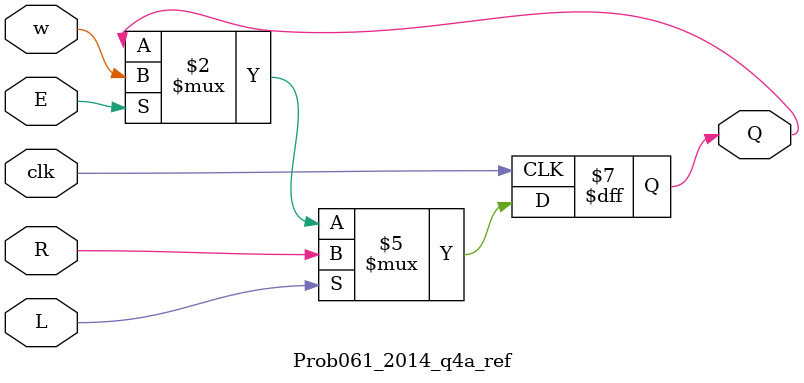
<source format=sv>

module Prob061_2014_q4a_ref (
  input clk,
  input w,
  input R,
  input E,
  input L,
  output reg Q
);

  always @(posedge clk)
    if (L)
      Q <= R;
    else if (E)
      Q <= w;

endmodule


</source>
